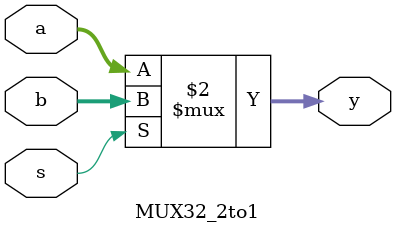
<source format=sv>
module MUX32_2to1(
	input [31:0] a, b,
	input s,
	output [31:0] y);

	assign y = (~s) ? a : b;

endmodule

</source>
